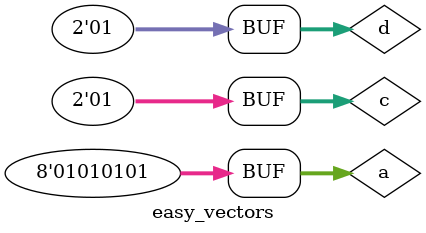
<source format=v>
module easy_vectors();

	reg [7:0] a = 0;
	wire [1:0] c;
	wire [1:0] d;
	
	assign c[1:0] = a[3:2];
	assign d[1:0] = a[2:3];
	
	initial begin
		$monitor("PROC2 a=%b, c=%b, d=%b",a, c, d);
		$monitor("PROC2 a=%b, c=%b",a, c);
	end
	
	initial begin
		#1 a = 8'b1010_1010;
		#1 a = 8'b0101_0101;
	end
	
endmodule
</source>
